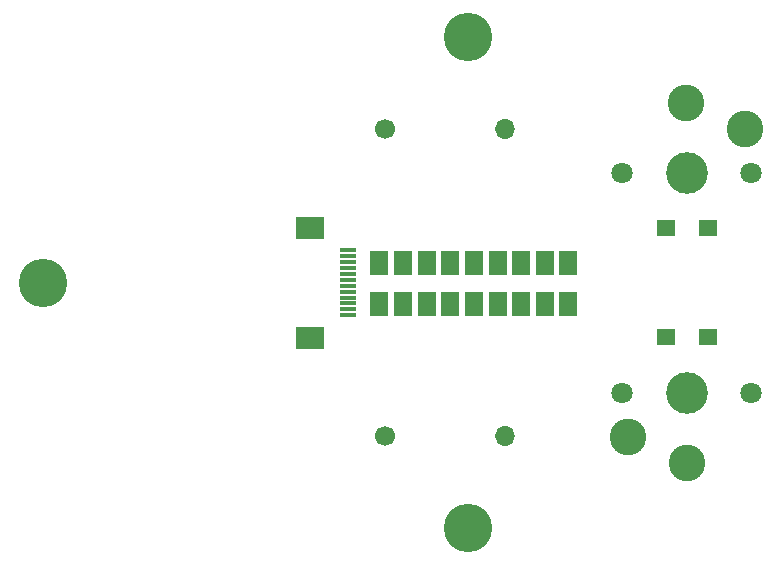
<source format=gbr>
%TF.GenerationSoftware,KiCad,Pcbnew,(6.0.6)*%
%TF.CreationDate,2022-07-28T22:42:36-07:00*%
%TF.ProjectId,right_thumb_routed,72696768-745f-4746-9875-6d625f726f75,v1.0.0*%
%TF.SameCoordinates,Original*%
%TF.FileFunction,Soldermask,Top*%
%TF.FilePolarity,Negative*%
%FSLAX46Y46*%
G04 Gerber Fmt 4.6, Leading zero omitted, Abs format (unit mm)*
G04 Created by KiCad (PCBNEW (6.0.6)) date 2022-07-28 22:42:36*
%MOMM*%
%LPD*%
G01*
G04 APERTURE LIST*
G04 Aperture macros list*
%AMRoundRect*
0 Rectangle with rounded corners*
0 $1 Rounding radius*
0 $2 $3 $4 $5 $6 $7 $8 $9 X,Y pos of 4 corners*
0 Add a 4 corners polygon primitive as box body*
4,1,4,$2,$3,$4,$5,$6,$7,$8,$9,$2,$3,0*
0 Add four circle primitives for the rounded corners*
1,1,$1+$1,$2,$3*
1,1,$1+$1,$4,$5*
1,1,$1+$1,$6,$7*
1,1,$1+$1,$8,$9*
0 Add four rect primitives between the rounded corners*
20,1,$1+$1,$2,$3,$4,$5,0*
20,1,$1+$1,$4,$5,$6,$7,0*
20,1,$1+$1,$6,$7,$8,$9,0*
20,1,$1+$1,$8,$9,$2,$3,0*%
G04 Aperture macros list end*
%ADD10C,1.700000*%
%ADD11O,1.700000X1.700000*%
%ADD12C,0.600000*%
%ADD13C,4.100000*%
%ADD14RoundRect,0.050000X-0.650000X0.150000X-0.650000X-0.150000X0.650000X-0.150000X0.650000X0.150000X0*%
%ADD15RoundRect,0.050000X-1.100000X0.900000X-1.100000X-0.900000X1.100000X-0.900000X1.100000X0.900000X0*%
%ADD16C,1.801800*%
%ADD17C,3.100000*%
%ADD18C,3.529000*%
%ADD19RoundRect,0.050000X-0.750000X1.000000X-0.750000X-1.000000X0.750000X-1.000000X0.750000X1.000000X0*%
%ADD20RoundRect,0.050000X-0.700000X-0.650000X0.700000X-0.650000X0.700000X0.650000X-0.700000X0.650000X0*%
%ADD21RoundRect,0.050000X0.700000X0.650000X-0.700000X0.650000X-0.700000X-0.650000X0.700000X-0.650000X0*%
G04 APERTURE END LIST*
D10*
%TO.C,R1*%
X64500000Y-39100000D03*
D11*
X74660000Y-39100000D03*
%TD*%
D12*
%TO.C,H15*%
X72560000Y-73944610D03*
X71500000Y-74384610D03*
X71500000Y-71384610D03*
X70000000Y-72884610D03*
X73000000Y-72884610D03*
D13*
X71500000Y-72884610D03*
D12*
X72560000Y-71824610D03*
X70440000Y-71824610D03*
X70440000Y-73944610D03*
%TD*%
D14*
%TO.C,J5*%
X61350000Y-49350000D03*
X61350000Y-49850000D03*
X61350000Y-50350000D03*
X61350000Y-50850000D03*
X61350000Y-51350000D03*
X61350000Y-51850000D03*
X61350000Y-52350000D03*
X61350000Y-52850000D03*
X61350000Y-53350000D03*
X61350000Y-53850000D03*
X61350000Y-54350000D03*
X61350000Y-54850000D03*
D15*
X58100000Y-56750000D03*
X58100000Y-47450000D03*
%TD*%
D12*
%TO.C,H14*%
X70000000Y-31315390D03*
X72560000Y-30255390D03*
X73000000Y-31315390D03*
D13*
X71500000Y-31315390D03*
D12*
X72560000Y-32375390D03*
X71500000Y-29815390D03*
X70440000Y-32375390D03*
X70440000Y-30255390D03*
X71500000Y-32815390D03*
%TD*%
D16*
%TO.C,SW17*%
X95500000Y-42800000D03*
D17*
X89950000Y-36850000D03*
X94950000Y-39050000D03*
D16*
X84500000Y-42800000D03*
D18*
X90000000Y-42800000D03*
%TD*%
D19*
%TO.C,J6*%
X64000000Y-53900000D03*
X64000000Y-50400000D03*
X66000000Y-50400000D03*
X66000000Y-53900000D03*
X68000000Y-53900000D03*
X68000000Y-50400000D03*
X70000000Y-50400000D03*
X70000000Y-53900000D03*
X72000000Y-50400000D03*
X72000000Y-53900000D03*
X74000000Y-50400000D03*
X74000000Y-53900000D03*
X76000000Y-50400000D03*
X76000000Y-53900000D03*
X78000000Y-50400000D03*
X78000000Y-53900000D03*
X80000000Y-50400000D03*
X80000000Y-53900000D03*
%TD*%
D17*
%TO.C,SW16*%
X90050000Y-67350000D03*
X85050000Y-65150000D03*
D16*
X95500000Y-61400000D03*
D18*
X90000000Y-61400000D03*
D16*
X84500000Y-61400000D03*
%TD*%
D20*
%TO.C,D17*%
X91775000Y-47500000D03*
X88225000Y-47500000D03*
%TD*%
D10*
%TO.C,R2*%
X64500000Y-65100000D03*
D11*
X74660000Y-65100000D03*
%TD*%
D12*
%TO.C,H13*%
X35500000Y-53600000D03*
X35500000Y-50600000D03*
X34440000Y-51040000D03*
D13*
X35500000Y-52100000D03*
D12*
X36560000Y-53160000D03*
X34440000Y-53160000D03*
X36560000Y-51040000D03*
X34000000Y-52100000D03*
X37000000Y-52100000D03*
%TD*%
D21*
%TO.C,D16*%
X88225000Y-56700000D03*
X91775000Y-56700000D03*
%TD*%
M02*

</source>
